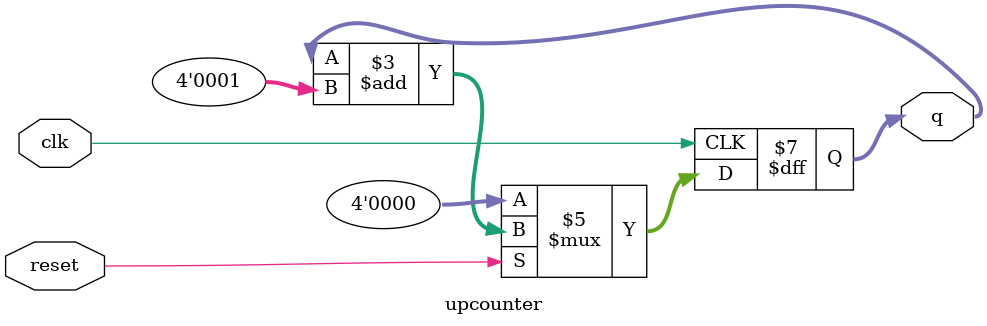
<source format=v>
module upcounter(clk,reset,q);

output reg [3:0] q;
input clk,reset;

always @(posedge clk)
begin
	if (reset == 0)
		begin
		   q = 4'b0000;
		end
	else
		begin
		   q = q + 4'b0001;
		end
end
endmodule
</source>
